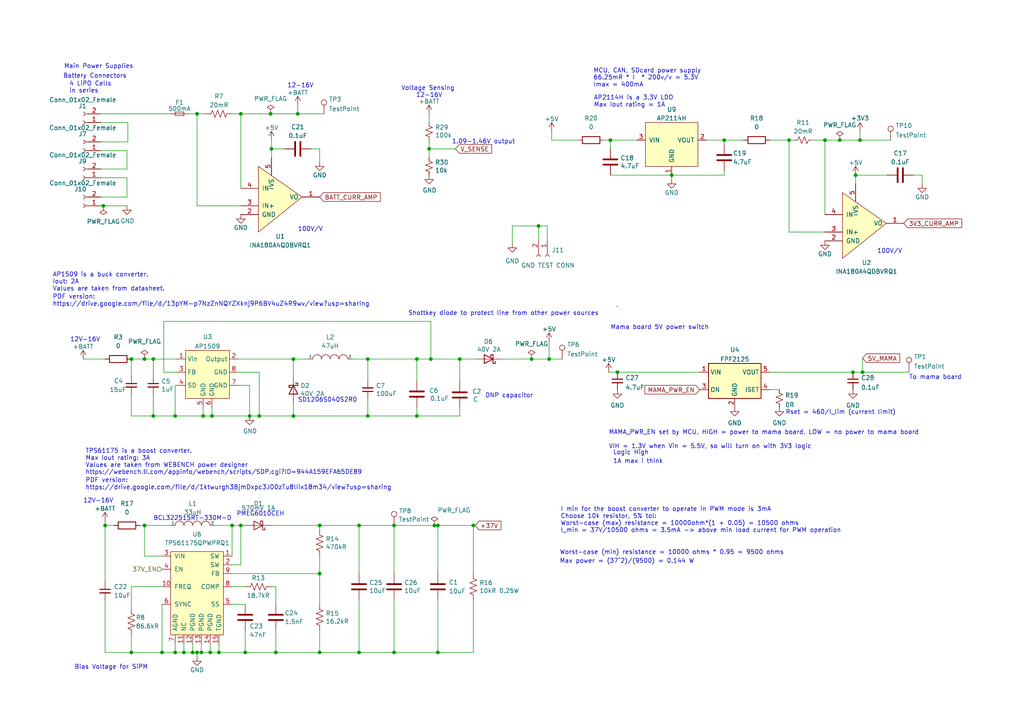
<source format=kicad_sch>
(kicad_sch (version 20211123) (generator eeschema)
  (paper "A4")
  (lib_symbols
    (symbol "Connector:Conn_01x02_Female" (pin_names (offset 1.016) hide)
      (property "Reference" "J" (at 0 2.54 0))
      (property "Value" "Conn_01x02_Female" (at 0 -5.08 0))
      (symbol "Conn_01x02_Female_1_1"
        (arc (start 0 -2.032) (mid -0.508 -2.54) (end 0 -3.048) (stroke (width 0.1524)))
        (polyline (pts (xy -1.27 -2.54) (xy -0.508 -2.54)) (stroke (width 0.1524)))
        (polyline (pts (xy -1.27 0) (xy -0.508 0)) (stroke (width 0.1524)))
        (arc (start 0 0.508) (mid -0.508 0) (end 0 -0.508) (stroke (width 0.1524)))
        (pin passive line (at -5.08 0 0) (length 3.81) (name "Pin_1") (number "1"))
        (pin passive line (at -5.08 -2.54 0) (length 3.81) (name "Pin_2") (number "2"))
      )
    )
    (symbol "Connector:TestPoint" (pin_numbers hide) (pin_names (offset 0.762) hide)
      (property "Reference" "TP" (at 0 6.858 0))
      (property "Value" "TestPoint" (at 0 5.08 0))
      (symbol "TestPoint_0_1"
        (circle (center 0 3.302) (radius 0.762))
      )
      (symbol "TestPoint_1_1"
        (pin passive line (at 0 0 90) (length 2.54) (name "1") (number "1"))
      )
    )
    (symbol "Device:C" (pin_numbers hide) (pin_names (offset 0.254))
      (property "Reference" "C" (at 0.635 2.54 0))
      (property "Value" "C" (at 0.635 -2.54 0))
      (symbol "C_0_1"
        (polyline (pts (xy -2.032 -0.762) (xy 2.032 -0.762)) (stroke (width 0.508)))
        (polyline (pts (xy -2.032 0.762) (xy 2.032 0.762)) (stroke (width 0.508)))
      )
      (symbol "C_1_1"
        (pin passive line (at 0 3.81 270) (length 2.794) (name "~") (number "1"))
        (pin passive line (at 0 -3.81 90) (length 2.794) (name "~") (number "2"))
      )
    )
    (symbol "Device:C_Small" (pin_numbers hide) (pin_names (offset 0.254) hide)
      (property "Reference" "C" (at 0.254 1.778 0))
      (property "Value" "C_Small" (at 0.254 -2.032 0))
      (symbol "C_Small_0_1"
        (polyline (pts (xy -1.524 -0.508) (xy 1.524 -0.508)) (stroke (width 0.3302)))
        (polyline (pts (xy -1.524 0.508) (xy 1.524 0.508)) (stroke (width 0.3048)))
      )
      (symbol "C_Small_1_1"
        (pin passive line (at 0 2.54 270) (length 2.032) (name "~") (number "1"))
        (pin passive line (at 0 -2.54 90) (length 2.032) (name "~") (number "2"))
      )
    )
    (symbol "Device:D_Schottky" (pin_numbers hide) (pin_names (offset 1.016) hide)
      (property "Reference" "D" (at 0 2.54 0))
      (property "Value" "D_Schottky" (at 0 -2.54 0))
      (symbol "D_Schottky_0_1"
        (polyline (pts (xy 1.27 0) (xy -1.27 0)))
        (polyline (pts (xy 1.27 1.27) (xy 1.27 -1.27) (xy -1.27 0) (xy 1.27 1.27)) (stroke (width 0.254)))
        (polyline (pts (xy -1.905 0.635) (xy -1.905 1.27) (xy -1.27 1.27) (xy -1.27 -1.27) (xy -0.635 -1.27) (xy -0.635 -0.635)) (stroke (width 0.254)))
      )
      (symbol "D_Schottky_1_1"
        (pin passive line (at -3.81 0 0) (length 2.54) (name "K") (number "1"))
        (pin passive line (at 3.81 0 180) (length 2.54) (name "A") (number "2"))
      )
    )
    (symbol "Device:Fuse_Small" (pin_numbers hide) (pin_names (offset 0.254) hide)
      (property "Reference" "F" (at 0 -1.524 0))
      (property "Value" "Fuse_Small" (at 0 1.524 0))
      (symbol "Fuse_Small_0_1"
        (rectangle (start -1.27 0.508) (end 1.27 -0.508))
        (polyline (pts (xy -1.27 0) (xy 1.27 0)))
      )
      (symbol "Fuse_Small_1_1"
        (pin passive line (at -2.54 0 0) (length 1.27) (name "~") (number "1"))
        (pin passive line (at 2.54 0 180) (length 1.27) (name "~") (number "2"))
      )
    )
    (symbol "Device:R" (pin_numbers hide) (pin_names (offset 0))
      (property "Reference" "R" (at 2.032 0 90))
      (property "Value" "R" (at 0 0 90))
      (symbol "R_0_1"
        (rectangle (start -1.016 -2.54) (end 1.016 2.54) (stroke (width 0.254)))
      )
      (symbol "R_1_1"
        (pin passive line (at 0 3.81 270) (length 1.27) (name "~") (number "1"))
        (pin passive line (at 0 -3.81 90) (length 1.27) (name "~") (number "2"))
      )
    )
    (symbol "Device:R_Small_US" (pin_numbers hide) (pin_names (offset 0.254) hide)
      (property "Reference" "R" (at 0.762 0.508 0))
      (property "Value" "R_Small_US" (at 0.762 -1.016 0))
      (symbol "R_Small_US_1_1"
        (polyline (pts (xy 0 0) (xy 1.016 -0.381) (xy 0 -0.762) (xy -1.016 -1.143) (xy 0 -1.524)))
        (polyline (pts (xy 0 1.524) (xy 1.016 1.143) (xy 0 0.762) (xy -1.016 0.381) (xy 0 0)))
        (pin passive line (at 0 2.54 270) (length 1.016) (name "~") (number "1"))
        (pin passive line (at 0 -2.54 90) (length 1.016) (name "~") (number "2"))
      )
    )
    (symbol "Device:R_US" (pin_numbers hide) (pin_names (offset 0))
      (property "Reference" "R" (at 2.54 0 90))
      (property "Value" "R_US" (at -2.54 0 90))
      (symbol "R_US_0_1"
        (polyline (pts (xy 0 -2.286) (xy 0 -2.54)))
        (polyline (pts (xy 0 2.286) (xy 0 2.54)))
        (polyline (pts (xy 0 -0.762) (xy 1.016 -1.143) (xy 0 -1.524) (xy -1.016 -1.905) (xy 0 -2.286)))
        (polyline (pts (xy 0 0.762) (xy 1.016 0.381) (xy 0 0) (xy -1.016 -0.381) (xy 0 -0.762)))
        (polyline (pts (xy 0 2.286) (xy 1.016 1.905) (xy 0 1.524) (xy -1.016 1.143) (xy 0 0.762)))
      )
      (symbol "R_US_1_1"
        (pin passive line (at 0 3.81 270) (length 1.27) (name "~") (number "1"))
        (pin passive line (at 0 -3.81 90) (length 1.27) (name "~") (number "2"))
      )
    )
    (symbol "Diode:PMEG6010CEH" (pin_numbers hide) (pin_names hide)
      (property "Reference" "D" (at 0 2.54 0))
      (property "Value" "PMEG6010CEH" (at 0 -2.54 0))
      (symbol "PMEG6010CEH_0_1"
        (polyline (pts (xy 1.27 0) (xy -1.27 0)))
        (polyline (pts (xy 1.27 1.27) (xy 1.27 -1.27) (xy -1.27 0) (xy 1.27 1.27)) (stroke (width 0.2032)))
        (polyline (pts (xy -1.905 0.635) (xy -1.905 1.27) (xy -1.27 1.27) (xy -1.27 -1.27) (xy -0.635 -1.27) (xy -0.635 -0.635)) (stroke (width 0.2032)))
      )
      (symbol "PMEG6010CEH_1_1"
        (pin passive line (at -3.81 0 0) (length 2.54) (name "K") (number "1"))
        (pin passive line (at 3.81 0 180) (length 2.54) (name "A") (number "2"))
      )
    )
    (symbol "payload2020_custom:AP1509"
      (property "Reference" "U?" (at 1.2319 10.2657 0))
      (property "Value" "AP1509" (at 1.2319 7.4906 0))
      (symbol "AP1509_0_1"
        (rectangle (start -6.35 6.35) (end 6.35 -7.62) (stroke (width 0.1524)) (fill (type background)))
      )
      (symbol "AP1509_1_1"
        (pin power_in line (at -8.89 3.81 0) (length 2.54) (name "Vin") (number "1"))
        (pin power_out line (at 8.89 3.81 180) (length 2.54) (name "Output") (number "2"))
        (pin input line (at -8.89 0 0) (length 2.54) (name "FB") (number "3"))
        (pin input line (at -8.89 -3.81 0) (length 2.54) (name "SD") (number "4"))
        (pin input line (at -1.27 -10.16 90) (length 2.54) (name "GND") (number "5"))
        (pin input line (at 1.27 -10.16 90) (length 2.54) (name "GND") (number "6"))
        (pin input line (at 8.89 -3.81 180) (length 2.54) (name "GND") (number "7"))
        (pin input line (at 8.89 0 180) (length 2.54) (name "GND") (number "8"))
      )
    )
    (symbol "payload2020_custom:AP2114H-3.3TRG1" (pin_names (offset 1.016))
      (property "Reference" "U" (at 0 6.35 0))
      (property "Value" "AP2114H-3.3TRG1" (at 0 8.255 0))
      (symbol "AP2114H-3.3TRG1_0_1"
        (rectangle (start -7.62 3.81) (end 7.62 -8.89) (fill (type background)))
      )
      (symbol "AP2114H-3.3TRG1_1_1"
        (pin input line (at 0 -11.43 90) (length 2.54) (name "GND") (number "1"))
        (pin output line (at 10.16 -1.27 180) (length 2.54) (name "VOUT") (number "2"))
        (pin input line (at -10.16 -1.27 0) (length 2.54) (name "VIN") (number "3"))
      )
    )
    (symbol "payload2020_custom:FPF2515"
      (property "Reference" "U" (at -7.62 6.35 0))
      (property "Value" "FPF2515" (at 3.81 6.35 0))
      (symbol "FPF2515_0_1"
        (rectangle (start -7.62 5.08) (end 7.62 -5.08) (stroke (width 0.254)) (fill (type background)))
      )
      (symbol "FPF2515_1_1"
        (pin power_in line (at -10.16 2.54 0) (length 2.54) (name "VIN") (number "1"))
        (pin power_in line (at 0 -7.62 90) (length 2.54) (name "GND") (number "2"))
        (pin input line (at -10.16 -2.54 0) (length 2.54) (name "ON") (number "3"))
        (pin open_collector line (at 10.16 -2.54 180) (length 2.54) (name "ISET") (number "4"))
        (pin power_out line (at 10.16 2.54 180) (length 2.54) (name "VOUT") (number "5"))
      )
    )
    (symbol "payload2020_custom:INA180" (pin_names (offset 1.016))
      (property "Reference" "U" (at -5.08 13.97 0))
      (property "Value" "INA180" (at -11.43 15.24 0))
      (symbol "INA180_0_1"
        (polyline (pts (xy 5.08 0) (xy -7.62 8.89)))
        (polyline (pts (xy -7.62 8.89) (xy -7.62 -10.16) (xy 5.08 0)) (fill (type background)))
      )
      (symbol "INA180_1_1"
        (pin output line (at 10.16 0 180) (length 5.08) (name "VO") (number "1"))
        (pin power_in line (at -12.7 -5.08 0) (length 5.08) (name "GND") (number "2"))
        (pin input line (at -12.7 -2.54 0) (length 5.08) (name "IN+") (number "3"))
        (pin input line (at -12.7 2.54 0) (length 5.08) (name "IN-") (number "4"))
        (pin power_in line (at -3.81 11.43 270) (length 5.08) (name "VS") (number "5"))
      )
    )
    (symbol "payload2020_custom:TPS61175QPWPRQ1" (pin_names (offset 1.016))
      (property "Reference" "U" (at 0 12.7 0))
      (property "Value" "TPS61175QPWPRQ1" (at 0 10.16 0))
      (symbol "TPS61175QPWPRQ1_0_1"
        (rectangle (start -7.62 8.89) (end 7.62 -15.24) (fill (type background)))
      )
      (symbol "TPS61175QPWPRQ1_1_1"
        (pin input line (at 10.16 7.62 180) (length 2.54) (name "SW") (number "1"))
        (pin input line (at -10.16 -1.27 0) (length 2.54) (name "FREQ") (number "10"))
        (pin input line (at -3.81 -17.78 90) (length 2.54) (name "NC") (number "11"))
        (pin input line (at -1.27 -17.78 90) (length 2.54) (name "PGND") (number "12"))
        (pin input line (at 1.27 -17.78 90) (length 2.54) (name "PGND") (number "13"))
        (pin input line (at 3.81 -17.78 90) (length 2.54) (name "PGND") (number "14"))
        (pin input line (at 6.35 -17.78 90) (length 2.54) (name "TGND") (number "15"))
        (pin input line (at 10.16 5.08 180) (length 2.54) (name "SW") (number "2"))
        (pin input line (at -10.16 7.62 0) (length 2.54) (name "VIN") (number "3"))
        (pin input line (at -10.16 3.81 0) (length 2.54) (name "EN") (number "4"))
        (pin input line (at 10.16 -6.35 180) (length 2.54) (name "SS") (number "5"))
        (pin input line (at -10.16 -6.35 0) (length 2.54) (name "SYNC") (number "6"))
        (pin input line (at -6.35 -17.78 90) (length 2.54) (name "AGND") (number "7"))
        (pin input line (at 10.16 -1.27 180) (length 2.54) (name "COMP") (number "8"))
        (pin input line (at 10.16 2.54 180) (length 2.54) (name "FB") (number "9"))
      )
    )
    (symbol "power:+3.3V" (power) (pin_names (offset 0))
      (property "Value" "+3.3V" (at 0 3.556 0))
      (symbol "+3.3V_0_1"
        (polyline (pts (xy -0.762 1.27) (xy 0 2.54)))
        (polyline (pts (xy 0 0) (xy 0 2.54)))
        (polyline (pts (xy 0 2.54) (xy 0.762 1.27)))
      )
      (symbol "+3.3V_1_1"
        (pin power_in line (at 0 0 90) (length 0) hide (name "+3V3") (number "1"))
      )
    )
    (symbol "power:+5V" (power) (pin_names (offset 0))
      (property "Value" "+5V" (at 0 3.556 0))
      (symbol "+5V_0_1"
        (polyline (pts (xy -0.762 1.27) (xy 0 2.54)))
        (polyline (pts (xy 0 0) (xy 0 2.54)))
        (polyline (pts (xy 0 2.54) (xy 0.762 1.27)))
      )
      (symbol "+5V_1_1"
        (pin power_in line (at 0 0 90) (length 0) hide (name "+5V") (number "1"))
      )
    )
    (symbol "power:+BATT" (power) (pin_names (offset 0))
      (property "Value" "+BATT" (at 0 3.556 0))
      (symbol "+BATT_0_1"
        (polyline (pts (xy -0.762 1.27) (xy 0 2.54)))
        (polyline (pts (xy 0 0) (xy 0 2.54)))
        (polyline (pts (xy 0 2.54) (xy 0.762 1.27)))
      )
      (symbol "+BATT_1_1"
        (pin power_in line (at 0 0 90) (length 0) hide (name "+BATT") (number "1"))
      )
    )
    (symbol "power:GND" (power) (pin_names (offset 0))
      (property "Value" "GND" (at 0 -3.81 0))
      (symbol "GND_0_1"
        (polyline (pts (xy 0 0) (xy 0 -1.27) (xy 1.27 -1.27) (xy 0 -2.54) (xy -1.27 -1.27) (xy 0 -1.27)))
      )
      (symbol "GND_1_1"
        (pin power_in line (at 0 0 270) (length 0) hide (name "GND") (number "1"))
      )
    )
    (symbol "power:PWR_FLAG" (power) (pin_numbers hide) (pin_names (offset 0) hide)
      (property "Value" "PWR_FLAG" (at 0 3.81 0))
      (symbol "PWR_FLAG_0_0"
        (pin power_out line (at 0 0 90) (length 0) (name "pwr") (number "1"))
      )
      (symbol "PWR_FLAG_0_1"
        (polyline (pts (xy 0 0) (xy 0 1.27) (xy -1.016 1.905) (xy 0 2.54) (xy 1.016 1.905) (xy 0 1.27)))
      )
    )
    (symbol "pspice:INDUCTOR" (pin_numbers hide) (pin_names (offset 0))
      (property "Reference" "L" (at 0 2.54 0))
      (property "Value" "INDUCTOR" (at 0 -1.27 0))
      (symbol "INDUCTOR_0_1"
        (arc (start -2.54 0) (mid -3.81 1.27) (end -5.08 0))
        (arc (start 0 0) (mid -1.27 1.27) (end -2.54 0))
        (arc (start 2.54 0) (mid 1.27 1.27) (end 0 0))
        (arc (start 5.08 0) (mid 3.81 1.27) (end 2.54 0))
      )
      (symbol "INDUCTOR_1_1"
        (pin input line (at -6.35 0 0) (length 1.27) (name "1") (number "1"))
        (pin input line (at 6.35 0 180) (length 1.27) (name "2") (number "2"))
      )
    )
  )
  (junction (at 106.68 120.65))
  (junction (at 53.34 189.23))
  (junction (at 78.486 33.02))
  (junction (at 44.45 120.65))
  (junction (at 57.15 33.02))
  (junction (at 41.91 152.4))
  (junction (at 125.984 152.4))
  (junction (at 50.8 189.23))
  (junction (at 92.71 189.23))
  (junction (at 120.904 104.14))
  (junction (at 156.21 65.532))
  (junction (at 80.01 189.23))
  (junction (at 29.972 59.69))
  (junction (at 41.91 104.14))
  (junction (at 194.818 50.8))
  (junction (at 38.1 104.14))
  (junction (at 248.158 50.8))
  (junction (at 127 152.4))
  (junction (at 67.31 152.4))
  (junction (at 124.968 104.14))
  (junction (at 69.85 33.02))
  (junction (at 92.71 166.37))
  (junction (at 159.258 104.14))
  (junction (at 46.99 189.23))
  (junction (at 38.1 189.23))
  (junction (at 120.904 120.65))
  (junction (at 104.14 152.4))
  (junction (at 243.586 40.64))
  (junction (at 78.74 43.18))
  (junction (at 58.42 189.23))
  (junction (at 63.5 189.23))
  (junction (at 114.3 189.23))
  (junction (at 75.184 120.65))
  (junction (at 247.396 107.95))
  (junction (at 228.854 40.64))
  (junction (at 44.45 104.14))
  (junction (at 50.8 120.65))
  (junction (at 92.71 152.4))
  (junction (at 57.15 189.23))
  (junction (at 179.07 107.95))
  (junction (at 69.85 152.4))
  (junction (at 72.39 120.65))
  (junction (at 104.14 189.23))
  (junction (at 127 189.23))
  (junction (at 133.35 104.14))
  (junction (at 177.038 40.64))
  (junction (at 124.46 43.18))
  (junction (at 86.36 33.02))
  (junction (at 137.287 152.4))
  (junction (at 249.428 40.64))
  (junction (at 85.09 120.65))
  (junction (at 60.96 189.23))
  (junction (at 210.058 40.64))
  (junction (at 239.268 40.64))
  (junction (at 250.19 107.95))
  (junction (at 85.09 104.14))
  (junction (at 30.48 152.4))
  (junction (at 106.68 104.14))
  (junction (at 154.178 104.14))
  (junction (at 61.468 120.65))
  (junction (at 58.928 120.65))
  (junction (at 71.12 189.23))
  (junction (at 114.3 152.4))
  (junction (at 55.88 189.23))
  (wire (pts (xy 75.184 107.95) (xy 75.184 120.65)))
  (wire (pts (xy 257.302 50.8) (xy 248.158 50.8)))
  (wire (pts (xy 50.8 111.76) (xy 51.308 111.76)))
  (wire (pts (xy 58.928 118.11) (xy 58.928 120.65)))
  (wire (pts (xy 38.1 120.65) (xy 44.45 120.65)))
  (wire (pts (xy 80.01 189.23) (xy 92.71 189.23)))
  (wire (pts (xy 114.3 173.99) (xy 114.3 189.23)))
  (wire (pts (xy 44.45 114.3) (xy 44.45 120.65)))
  (wire (pts (xy 60.96 189.23) (xy 63.5 189.23)))
  (wire (pts (xy 85.09 104.14) (xy 85.09 109.22)))
  (wire (pts (xy 127 152.4) (xy 127 166.37)))
  (wire (pts (xy 78.74 45.72) (xy 78.74 43.18)))
  (wire (pts (xy 86.36 30.48) (xy 86.36 33.02)))
  (wire (pts (xy 38.1 114.3) (xy 38.1 120.65)))
  (wire (pts (xy 53.34 189.23) (xy 55.88 189.23)))
  (wire (pts (xy 177.038 40.64) (xy 184.658 40.64)))
  (wire (pts (xy 30.48 189.23) (xy 30.48 173.99)))
  (wire (pts (xy 159.258 104.14) (xy 154.178 104.14)))
  (wire (pts (xy 30.48 152.4) (xy 30.48 168.91)))
  (wire (pts (xy 69.088 111.76) (xy 72.39 111.76)))
  (wire (pts (xy 46.99 161.29) (xy 41.91 161.29)))
  (wire (pts (xy 75.184 120.65) (xy 85.09 120.65)))
  (wire (pts (xy 50.8 111.76) (xy 50.8 120.65)))
  (wire (pts (xy 44.45 120.65) (xy 50.8 120.65)))
  (wire (pts (xy 104.14 152.4) (xy 114.3 152.4)))
  (wire (pts (xy 38.1 104.14) (xy 38.1 109.22)))
  (wire (pts (xy 124.968 93.218) (xy 124.968 104.14)))
  (wire (pts (xy 158.75 65.532) (xy 158.75 69.342)))
  (wire (pts (xy 78.74 40.64) (xy 78.74 43.18)))
  (wire (pts (xy 41.91 104.14) (xy 44.45 104.14)))
  (wire (pts (xy 62.23 152.4) (xy 67.31 152.4)))
  (wire (pts (xy 92.71 43.18) (xy 92.71 46.99)))
  (wire (pts (xy 160.02 40.64) (xy 160.02 38.1)))
  (wire (pts (xy 47.498 93.218) (xy 124.968 93.218)))
  (wire (pts (xy 57.15 59.69) (xy 57.15 33.02)))
  (wire (pts (xy 194.818 50.8) (xy 210.058 50.8)))
  (wire (pts (xy 50.8 186.69) (xy 50.8 189.23)))
  (wire (pts (xy 148.59 65.532) (xy 156.21 65.532)))
  (wire (pts (xy 120.904 118.11) (xy 120.904 120.65)))
  (wire (pts (xy 159.258 104.14) (xy 163.068 104.14)))
  (wire (pts (xy 104.14 173.99) (xy 104.14 189.23)))
  (wire (pts (xy 72.39 120.65) (xy 75.184 120.65)))
  (wire (pts (xy 55.88 186.69) (xy 55.88 189.23)))
  (wire (pts (xy 36.83 51.562) (xy 36.83 57.15)))
  (wire (pts (xy 57.15 189.23) (xy 58.42 189.23)))
  (wire (pts (xy 55.88 189.23) (xy 57.15 189.23)))
  (wire (pts (xy 223.266 107.95) (xy 247.396 107.95)))
  (wire (pts (xy 120.904 104.14) (xy 120.904 110.49)))
  (wire (pts (xy 228.854 40.64) (xy 228.854 67.31)))
  (wire (pts (xy 67.31 152.4) (xy 69.85 152.4)))
  (wire (pts (xy 114.3 152.4) (xy 114.3 166.37)))
  (wire (pts (xy 156.21 65.532) (xy 158.75 65.532)))
  (wire (pts (xy 114.3 189.23) (xy 127 189.23)))
  (wire (pts (xy 239.268 40.64) (xy 239.268 62.23)))
  (wire (pts (xy 38.1 189.23) (xy 30.48 189.23)))
  (wire (pts (xy 124.46 43.18) (xy 124.46 45.72)))
  (wire (pts (xy 127 152.4) (xy 137.287 152.4)))
  (wire (pts (xy 243.586 40.64) (xy 249.428 40.64)))
  (wire (pts (xy 145.542 104.14) (xy 154.178 104.14)))
  (wire (pts (xy 78.486 33.02) (xy 86.36 33.02)))
  (wire (pts (xy 44.45 104.14) (xy 44.45 109.22)))
  (wire (pts (xy 104.14 166.37) (xy 104.14 152.4)))
  (wire (pts (xy 133.35 104.14) (xy 133.35 110.744)))
  (wire (pts (xy 67.31 175.26) (xy 71.12 175.26)))
  (wire (pts (xy 156.21 65.532) (xy 156.21 69.342)))
  (wire (pts (xy 69.85 33.02) (xy 67.31 33.02)))
  (wire (pts (xy 57.15 190.5) (xy 57.15 189.23)))
  (wire (pts (xy 24.13 104.14) (xy 30.48 104.14)))
  (wire (pts (xy 106.68 120.65) (xy 120.904 120.65)))
  (wire (pts (xy 106.68 115.57) (xy 106.68 120.65)))
  (wire (pts (xy 29.21 57.15) (xy 36.83 57.15)))
  (wire (pts (xy 47.498 93.218) (xy 47.498 107.95)))
  (wire (pts (xy 228.854 40.64) (xy 230.378 40.64)))
  (wire (pts (xy 72.39 111.76) (xy 72.39 120.65)))
  (wire (pts (xy 78.74 152.4) (xy 92.71 152.4)))
  (wire (pts (xy 63.5 186.69) (xy 63.5 189.23)))
  (wire (pts (xy 92.71 189.23) (xy 104.14 189.23)))
  (wire (pts (xy 127 173.99) (xy 127 189.23)))
  (wire (pts (xy 51.308 107.95) (xy 47.498 107.95)))
  (wire (pts (xy 78.74 43.18) (xy 82.55 43.18)))
  (wire (pts (xy 124.46 33.02) (xy 124.46 35.56)))
  (wire (pts (xy 137.287 152.4) (xy 137.287 166.37)))
  (wire (pts (xy 133.35 120.65) (xy 133.35 118.364)))
  (wire (pts (xy 179.07 107.95) (xy 202.946 107.95)))
  (wire (pts (xy 235.458 40.64) (xy 239.268 40.64)))
  (wire (pts (xy 263.652 107.95) (xy 263.652 107.696)))
  (wire (pts (xy 106.68 104.14) (xy 106.68 110.49)))
  (wire (pts (xy 63.5 189.23) (xy 71.12 189.23)))
  (wire (pts (xy 29.21 43.688) (xy 36.83 43.688)))
  (wire (pts (xy 92.71 152.4) (xy 92.71 153.67)))
  (wire (pts (xy 58.42 189.23) (xy 60.96 189.23)))
  (wire (pts (xy 114.3 152.4) (xy 125.984 152.4)))
  (wire (pts (xy 124.46 40.64) (xy 124.46 43.18)))
  (wire (pts (xy 85.09 120.65) (xy 85.09 116.84)))
  (wire (pts (xy 38.1 184.15) (xy 38.1 189.23)))
  (wire (pts (xy 67.31 166.37) (xy 92.71 166.37)))
  (wire (pts (xy 53.34 186.69) (xy 53.34 189.23)))
  (wire (pts (xy 249.428 40.64) (xy 258.318 40.64)))
  (wire (pts (xy 33.02 152.4) (xy 30.48 152.4)))
  (wire (pts (xy 41.91 161.29) (xy 41.91 152.4)))
  (wire (pts (xy 58.928 120.65) (xy 61.468 120.65)))
  (wire (pts (xy 50.8 120.65) (xy 58.928 120.65)))
  (wire (pts (xy 69.85 33.02) (xy 78.486 33.02)))
  (wire (pts (xy 69.85 163.83) (xy 67.31 163.83)))
  (wire (pts (xy 106.68 104.14) (xy 120.904 104.14)))
  (polyline (pts (xy 178.816 88.9) (xy 179.07 88.9)))
  (wire (pts (xy 38.1 176.53) (xy 38.1 170.18)))
  (wire (pts (xy 85.09 120.65) (xy 106.68 120.65)))
  (wire (pts (xy 133.35 104.14) (xy 137.922 104.14)))
  (wire (pts (xy 54.61 33.02) (xy 57.15 33.02)))
  (wire (pts (xy 78.74 170.18) (xy 80.01 170.18)))
  (wire (pts (xy 249.428 40.64) (xy 249.428 38.1)))
  (wire (pts (xy 223.266 113.03) (xy 226.06 113.03)))
  (wire (pts (xy 46.99 175.26) (xy 46.99 189.23)))
  (wire (pts (xy 69.85 152.4) (xy 71.12 152.4)))
  (wire (pts (xy 86.36 33.02) (xy 93.98 33.02)))
  (wire (pts (xy 250.19 103.886) (xy 250.19 107.95)))
  (wire (pts (xy 41.91 152.4) (xy 40.64 152.4)))
  (wire (pts (xy 90.17 43.18) (xy 92.71 43.18)))
  (wire (pts (xy 92.71 175.26) (xy 92.71 166.37)))
  (wire (pts (xy 69.85 59.69) (xy 57.15 59.69)))
  (wire (pts (xy 50.8 189.23) (xy 53.34 189.23)))
  (wire (pts (xy 120.904 120.65) (xy 133.35 120.65)))
  (wire (pts (xy 69.85 152.4) (xy 69.85 163.83)))
  (wire (pts (xy 125.984 152.4) (xy 127 152.4)))
  (wire (pts (xy 37.084 35.56) (xy 37.084 41.148)))
  (wire (pts (xy 148.59 70.612) (xy 148.59 65.532)))
  (wire (pts (xy 176.53 107.95) (xy 179.07 107.95)))
  (wire (pts (xy 80.01 189.23) (xy 71.12 189.23)))
  (wire (pts (xy 124.46 43.18) (xy 132.08 43.18)))
  (wire (pts (xy 248.158 50.8) (xy 248.158 53.34)))
  (wire (pts (xy 60.96 186.69) (xy 60.96 189.23)))
  (wire (pts (xy 210.058 40.64) (xy 215.646 40.64)))
  (wire (pts (xy 250.19 107.95) (xy 263.652 107.95)))
  (wire (pts (xy 30.48 151.13) (xy 30.48 152.4)))
  (wire (pts (xy 36.83 43.688) (xy 36.83 49.022)))
  (wire (pts (xy 29.972 59.69) (xy 36.83 59.69)))
  (wire (pts (xy 29.21 33.02) (xy 49.53 33.02)))
  (wire (pts (xy 61.468 118.11) (xy 61.468 120.65)))
  (wire (pts (xy 210.058 49.53) (xy 210.058 50.8)))
  (wire (pts (xy 102.108 104.14) (xy 106.68 104.14)))
  (wire (pts (xy 29.21 41.148) (xy 37.084 41.148)))
  (wire (pts (xy 67.31 161.29) (xy 67.31 152.4)))
  (wire (pts (xy 127 189.23) (xy 137.287 189.23)))
  (wire (pts (xy 264.922 50.8) (xy 267.462 50.8)))
  (wire (pts (xy 104.14 189.23) (xy 114.3 189.23)))
  (wire (pts (xy 80.01 170.18) (xy 80.01 175.26)))
  (wire (pts (xy 194.818 50.8) (xy 194.818 52.07)))
  (wire (pts (xy 239.268 67.31) (xy 228.854 67.31)))
  (wire (pts (xy 92.71 189.23) (xy 92.71 182.88)))
  (wire (pts (xy 49.53 152.4) (xy 41.91 152.4)))
  (wire (pts (xy 61.468 120.65) (xy 72.39 120.65)))
  (wire (pts (xy 29.21 51.562) (xy 36.83 51.562)))
  (wire (pts (xy 67.31 170.18) (xy 71.12 170.18)))
  (wire (pts (xy 57.15 33.02) (xy 59.69 33.02)))
  (wire (pts (xy 69.088 104.14) (xy 85.09 104.14)))
  (wire (pts (xy 177.038 50.8) (xy 194.818 50.8)))
  (wire (pts (xy 267.462 50.8) (xy 267.462 53.34)))
  (wire (pts (xy 120.904 104.14) (xy 124.968 104.14)))
  (wire (pts (xy 69.85 33.02) (xy 69.85 54.61)))
  (wire (pts (xy 175.26 40.64) (xy 177.038 40.64)))
  (wire (pts (xy 85.09 104.14) (xy 89.408 104.14)))
  (wire (pts (xy 29.21 35.56) (xy 37.084 35.56)))
  (wire (pts (xy 58.42 186.69) (xy 58.42 189.23)))
  (wire (pts (xy 223.266 40.64) (xy 228.854 40.64)))
  (wire (pts (xy 247.396 107.95) (xy 250.19 107.95)))
  (wire (pts (xy 71.12 182.88) (xy 71.12 189.23)))
  (wire (pts (xy 29.21 59.69) (xy 29.972 59.69)))
  (wire (pts (xy 204.978 40.64) (xy 210.058 40.64)))
  (wire (pts (xy 137.287 152.4) (xy 137.795 152.4)))
  (wire (pts (xy 160.02 40.64) (xy 167.64 40.64)))
  (wire (pts (xy 29.21 49.022) (xy 36.83 49.022)))
  (wire (pts (xy 38.1 189.23) (xy 46.99 189.23)))
  (wire (pts (xy 92.71 152.4) (xy 104.14 152.4)))
  (wire (pts (xy 44.45 104.14) (xy 51.308 104.14)))
  (wire (pts (xy 38.1 170.18) (xy 46.99 170.18)))
  (wire (pts (xy 210.058 40.64) (xy 210.058 41.91)))
  (wire (pts (xy 137.287 173.99) (xy 137.287 189.23)))
  (wire (pts (xy 46.99 189.23) (xy 50.8 189.23)))
  (wire (pts (xy 124.968 104.14) (xy 133.35 104.14)))
  (wire (pts (xy 159.258 99.06) (xy 159.258 104.14)))
  (wire (pts (xy 177.038 43.18) (xy 177.038 40.64)))
  (wire (pts (xy 92.71 166.37) (xy 92.71 161.29)))
  (wire (pts (xy 69.088 107.95) (xy 75.184 107.95)))
  (wire (pts (xy 80.01 182.88) (xy 80.01 189.23)))
  (wire (pts (xy 38.1 104.14) (xy 41.91 104.14)))
  (wire (pts (xy 239.268 40.64) (xy 243.586 40.64)))
  (text "Mama board 5V power switch" (at 177.038 95.758 0) (effects (font (size 1.27 1.27)) (justify left bottom)))
  (text "12V-16V" (at 20.32 99.314 0) (effects (font (size 1.27 1.27)) (justify left bottom)))
  (text "To mama board" (at 263.652 110.236 0) (effects (font (size 1.27 1.27)) (justify left bottom)))
  (text "12-16V" (at 83.312 25.654 0) (effects (font (size 1.27 1.27)) (justify left bottom)))
  (text "PMEG6010CEH" (at 68.58 149.86 0) (effects (font (size 1.27 1.27)) (justify left bottom)))
  (text "Max power = (37^2)/(9500) = 0.144 W" (at 162.306 163.576 0) (effects (font (size 1.27 1.27)) (justify left bottom)))
  (text "I min for the boost converter to operate in PWM mode is 3mA\nChoose 10k resistor, 5% tol:\nWorst-case (max) resistance = 10000ohm*(1 + 0.05) = 10500 ohms\nI_min = 37V/10500 ohms = 3.5mA -> above min load current for PWM operation\n\n\n" (at 162.56 158.75 0) (effects (font (size 1.27 1.27)) (justify left bottom)))
  (text "4 LiPO Cells\nin series" (at 20.066 27.178 0) (effects (font (size 1.27 1.27)) (justify left bottom)))
  (text "100V/V" (at 254.381 73.66 0) (effects (font (size 1.27 1.27)) (justify left bottom)))
  (text "66.25mR * I  * 200v/v = 5.3V\nImax = 400mA" (at 172.085 25.4 0) (effects (font (size 1.27 1.27)) (justify left bottom)))
  (text "12-16V" (at 120.65 28.448 0) (effects (font (size 1.27 1.27)) (justify left bottom)))
  (text "Rset = 460/I_lim (current limit)" (at 227.838 120.396 0) (effects (font (size 1.27 1.27)) (justify left bottom)))
  (text "Battery Connectors" (at 18.288 22.86 0) (effects (font (size 1.27 1.27)) (justify left bottom)))
  (text "12V-16V" (at 24.13 146.05 0) (effects (font (size 1.27 1.27)) (justify left bottom)))
  (text "MAMA_PWR_EN set by MCU, HIGH = power to mama board, LOW = no power to mama board" (at 176.53 126.238 0) (effects (font (size 1.27 1.27)) (justify left bottom)))
  (text "Bias Voltage for SiPM" (at 21.59 194.31 0) (effects (font (size 1.27 1.27)) (justify left bottom)))
  (text "1A max i think " (at 177.8 134.62 0) (effects (font (size 1.27 1.27)) (justify left bottom)))
  (text "Voltage Sensing\n" (at 116.332 26.416 0) (effects (font (size 1.27 1.27)) (justify left bottom)))
  (text "Logic High" (at 177.8 132.08 0) (effects (font (size 1.27 1.27)) (justify left bottom)))
  (text "1.09-1.46V output" (at 131.064 41.91 0) (effects (font (size 1.27 1.27)) (justify left bottom)))
  (text "100V/V" (at 86.36 67.31 0) (effects (font (size 1.27 1.27)) (justify left bottom)))
  (text "PDF version:\nhttps://drive.google.com/file/d/13pYM-p7NzZnNQYZXknj9P6BV4uZ4R9wv/view?usp=sharing" (at 15.24 89.027 0) (effects (font (size 1.2954 1.2954)) (justify left bottom)))
  (text "AP1509 is a buck converter.\nIout: 2A\nValues are taken from datasheet.\n" (at 15.24 84.582 0) (effects (font (size 1.27 1.27)) (justify left bottom)))
  (text "BCL322515RT-330M-D" (at 44.45 151.13 0) (effects (font (size 1.27 1.27)) (justify left bottom)))
  (text "PDF version:\nhttps://drive.google.com/file/d/1ktwurgh3BjmDxpc3J00zTu8lIix18m34/view?usp=sharing" (at 24.765 142.24 0) (effects (font (size 1.2954 1.2954)) (justify left bottom)))
  (text "MCU, CAN, SDcard power supply" (at 172.085 21.336 0) (effects (font (size 1.27 1.27)) (justify left bottom)))
  (text "DNP capacitor" (at 140.716 115.57 0) (effects (font (size 1.27 1.27)) (justify left bottom)))
  (text "Worst-case (min) resistance = 10000 ohms * 0.95 = 9500 ohms " (at 162.306 161.036 0) (effects (font (size 1.27 1.27)) (justify left bottom)))
  (text "AP2114H is a 3.3V LDO\nMax Iout rating = 1A" (at 172.212 31.242 0) (effects (font (size 1.27 1.27)) (justify left bottom)))
  (text "VIH = 1.3V when Vin = 5.5V, so will turn on with 3V3 logic\n" (at 176.53 130.302 0) (effects (font (size 1.27 1.27)) (justify left bottom)))
  (text "Main Power Supplies" (at 18.542 20.066 0) (effects (font (size 1.27 1.27)) (justify left bottom)))
  (text "TPS61175 is a boost converter.\nMax Iout rating: 3A\nValues are taken from WEBENCH power designer\nhttps://webench.ti.com/appinfo/webench/scripts/SDP.cgi?ID=944A159EFA65DE89" (at 24.765 137.795 0) (effects (font (size 1.27 1.27)) (justify left bottom)))
  (text "Shottkey diode to protect line from other power sources\n" (at 118.364 91.694 0) (effects (font (size 1.27 1.27)) (justify left bottom)))
  (text "SD1206S040S2R0" (at 86.36 116.84 0) (effects (font (size 1.27 1.27)) (justify left bottom)))
  (global_label "+37V" (shape input) (at 137.795 152.4 0) (property "Intersheet References" "${INTERSHEET_REFS}" (effects hide)))
  (global_label "5V_MAMA" (shape input) (at 250.19 103.886 0) (property "Intersheet References" "${INTERSHEET_REFS}" (effects hide)))
  (global_label "3V3_CURR_AMP" (shape input) (at 262.128 64.77 0) (property "Intersheet References" "${INTERSHEET_REFS}" (effects hide)))
  (global_label "V_SENSE" (shape input) (at 132.08 43.18 0) (property "Intersheet References" "${INTERSHEET_REFS}" (effects hide)))
  (global_label "MAMA_PWR_EN" (shape input) (at 202.946 113.03 180) (property "Intersheet References" "${INTERSHEET_REFS}" (effects hide)))
  (global_label "BATT_CURR_AMP" (shape input) (at 92.71 57.15 0) (property "Intersheet References" "${INTERSHEET_REFS}" (effects hide)))
  (hierarchical_label "37V_EN" (shape input) (at 46.99 165.1 180))
  (symbol (lib_id "Device:R_US") (at 92.71 157.48 0) (unit 1)
    (property "Reference" "R14" (at 94.4372 156.3116 0) (effects (justify left)))
    (property "Value" "470kR" (at 94.4372 158.623 0) (effects (justify left)))
    (property "Footprint" "Resistor_SMD:R_0805_2012Metric_Pad1.20x1.40mm_HandSolder" (effects hide))
  )
  (symbol (lib_id "Device:R_US") (at 74.93 170.18 270) (unit 1)
    (property "Reference" "R13" (at 74.93 167.64 90))
    (property "Value" "18.7kR" (at 74.93 172.72 90))
    (property "Footprint" "Resistor_SMD:R_0805_2012Metric_Pad1.20x1.40mm_HandSolder" (effects hide))
  )
  (symbol (lib_id "Device:C") (at 80.01 179.07 0) (unit 1)
    (property "Reference" "C24" (at 82.55 177.8 0) (effects (justify left)))
    (property "Value" "1.5nF" (at 82.55 180.34 0) (effects (justify left)))
    (property "Footprint" "Capacitor_SMD:C_0805_2012Metric_Pad1.18x1.45mm_HandSolder" (effects hide))
  )
  (symbol (lib_id "Device:C") (at 71.12 179.07 0) (unit 1)
    (property "Reference" "C23" (at 72.39 181.61 0) (effects (justify left)))
    (property "Value" "47nF" (at 72.39 184.15 0) (effects (justify left)))
    (property "Footprint" "Capacitor_SMD:C_0805_2012Metric_Pad1.18x1.45mm_HandSolder" (effects hide))
  )
  (symbol (lib_id "Device:R_US") (at 38.1 180.34 0) (unit 1)
    (property "Reference" "R8" (at 39.37 179.07 0) (effects (justify left)))
    (property "Value" "86.6kR" (at 39.37 181.61 0) (effects (justify left)))
    (property "Footprint" "Resistor_SMD:R_0805_2012Metric_Pad1.20x1.40mm_HandSolder" (effects hide))
  )
  (symbol (lib_id "payload2020_custom:INA180") (at 251.968 64.77 0) (unit 1)
    (property "Reference" "U2" (at 251.333 76.2 0))
    (property "Value" "INA180A4QDBVRQ1" (at 251.333 78.74 0))
    (property "Footprint" "Package_TO_SOT_SMD:SOT-23-5_HandSoldering" (effects hide))
    (property "Datasheet" "https://www.ti.com/lit/ds/symlink/ina180.pdf?ts=1621969218968&ref_url=https%253A%252F%252Fwww.google.com%252F" (effects hide))
  )
  (symbol (lib_id "Device:R_US") (at 92.71 179.07 0) (unit 1)
    (property "Reference" "R15" (at 94.4372 177.9016 0) (effects (justify left)))
    (property "Value" "16.2kR" (at 94.4372 180.213 0) (effects (justify left)))
    (property "Footprint" "Resistor_SMD:R_0805_2012Metric_Pad1.20x1.40mm_HandSolder" (effects hide))
  )
  (symbol (lib_id "Device:C") (at 114.3 170.18 0) (unit 1)
    (property "Reference" "C26" (at 117.221 169.0116 0) (effects (justify left)))
    (property "Value" "10uF" (at 117.221 171.323 0) (effects (justify left)))
    (property "Footprint" "Capacitor_SMD:C_1206_3216Metric_Pad1.33x1.80mm_HandSolder" (effects hide))
  )
  (symbol (lib_id "power:GND") (at 239.268 69.85 0) (unit 1)
    (property "Reference" "#PWR027" (effects hide))
    (property "Value" "GND" (at 239.268 73.66 0))
  )
  (symbol (lib_id "Device:C") (at 261.112 50.8 270) (unit 1)
    (property "Reference" "C17" (at 261.112 44.45 90))
    (property "Value" "0.1uF" (at 261.112 46.99 90))
    (property "Footprint" "Capacitor_SMD:C_0805_2012Metric_Pad1.15x1.40mm_HandSolder" (effects hide))
  )
  (symbol (lib_id "power:GND") (at 267.462 53.34 0) (unit 1)
    (property "Reference" "#PWR031" (effects hide))
    (property "Value" "GND" (at 267.462 57.15 0))
  )
  (symbol (lib_id "Device:C") (at 177.038 46.99 180) (unit 1)
    (property "Reference" "C18" (at 179.959 45.8216 0) (effects (justify right)))
    (property "Value" "4.7uF" (at 179.959 48.133 0) (effects (justify right)))
    (property "Footprint" "Capacitor_SMD:C_0805_2012Metric_Pad1.18x1.45mm_HandSolder" (effects hide))
  )
  (symbol (lib_id "Device:C") (at 210.058 45.72 180) (unit 1)
    (property "Reference" "C19" (at 212.598 44.45 0) (effects (justify right)))
    (property "Value" "4.7uF" (at 212.598 46.99 0) (effects (justify right)))
    (property "Footprint" "Capacitor_SMD:C_0805_2012Metric_Pad1.18x1.45mm_HandSolder" (effects hide))
  )
  (symbol (lib_id "power:GND") (at 194.818 52.07 0) (unit 1)
    (property "Reference" "#PWR036" (effects hide))
    (property "Value" "GND" (at 194.818 55.88 0))
  )
  (symbol (lib_id "Device:C_Small") (at 30.48 171.45 0) (unit 1)
    (property "Reference" "C22" (at 33.02 170.18 0) (effects (justify left)))
    (property "Value" "10uF" (at 33.02 172.72 0) (effects (justify left)))
    (property "Footprint" "Capacitor_SMD:C_1206_3216Metric_Pad1.33x1.80mm_HandSolder" (effects hide))
  )
  (symbol (lib_id "Device:C") (at 104.14 170.18 0) (unit 1)
    (property "Reference" "C25" (at 107.061 169.0116 0) (effects (justify left)))
    (property "Value" "10uF" (at 107.061 171.323 0) (effects (justify left)))
    (property "Footprint" "Capacitor_SMD:C_1206_3216Metric_Pad1.42x1.75mm_HandSolder" (effects hide))
  )
  (symbol (lib_id "power:+3.3V") (at 249.428 38.1 0) (unit 1)
    (property "Reference" "#PWR050" (effects hide))
    (property "Value" "+3.3V" (at 249.428 34.29 0))
  )
  (symbol (lib_id "Device:R_US") (at 63.5 33.02 270) (unit 1)
    (property "Reference" "R7" (at 63.5 27.94 90))
    (property "Value" "20mR" (at 63.5 30.48 90))
    (property "Footprint" "Resistor_SMD:R_1206_3216Metric_Pad1.30x1.75mm_HandSolder" (effects hide))
  )
  (symbol (lib_id "Diode:PMEG6010CEH") (at 74.93 152.4 180) (unit 1)
    (property "Reference" "D1" (at 74.93 146.05 0))
    (property "Value" "570mV 1A" (at 74.93 147.32 0))
    (property "Footprint" "Diode_SMD:D_SOD-123F" (effects hide))
    (property "Datasheet" "https://assets.nexperia.com/documents/data-sheet/PMEG6010CEH_PMEG6010CEJ.pdf" (effects hide))
  )
  (symbol (lib_id "pspice:INDUCTOR") (at 55.88 152.4 0) (unit 1)
    (property "Reference" "L1" (at 55.88 146.05 0))
    (property "Value" "33uH" (at 55.88 148.59 0))
    (property "Footprint" "Inductor_SMD:L_1210_3225Metric_Pad1.42x2.65mm_HandSolder" (effects hide))
    (property "Datasheet" "https://product.tdk.com/system/files/dam/doc/product/inductor/inductor/smd/catalog/inductor_automotive_power_bcl322515rt-d_en.pdf" (effects hide))
  )
  (symbol (lib_id "payload2020_custom:TPS61175QPWPRQ1") (at 57.15 168.91 0) (unit 1)
    (property "Reference" "U6" (at 57.15 154.94 0))
    (property "Value" "TPS61175QPWPRQ1" (at 57.15 157.48 0))
    (property "Footprint" "Package_SO:HTSSOP-14-1EP_4.4x5mm_P0.65mm_EP3.4x5mm_Mask3x3.1mm_ThermalVias" (effects hide))
    (property "Datasheet" "https://www.ti.com/lit/ds/symlink/tps61175.pdf?ts=1620964494413&ref_url=https%253A%252F%252Fwww.ti.com%252Fproduct%252FTPS61175" (effects hide))
  )
  (symbol (lib_id "Device:R_Small_US") (at 232.918 40.64 270) (unit 1)
    (property "Reference" "R11" (at 232.918 35.56 90))
    (property "Value" "20mR" (at 232.918 38.1 90))
    (property "Footprint" "Resistor_SMD:R_1206_3216Metric_Pad1.30x1.75mm_HandSolder" (effects hide))
  )
  (symbol (lib_id "payload2020_custom:INA180") (at 82.55 57.15 0) (unit 1)
    (property "Reference" "U1" (at 81.28 68.58 0))
    (property "Value" "INA180A4QDBVRQ1" (at 81.28 71.12 0))
    (property "Footprint" "Package_TO_SOT_SMD:SOT-23-5_HandSoldering" (effects hide))
    (property "Datasheet" "https://www.ti.com/lit/ds/symlink/ina180.pdf?ts=1621969218968&ref_url=https%253A%252F%252Fwww.google.com%252F" (effects hide))
  )
  (symbol (lib_id "power:GND") (at 92.71 46.99 0) (unit 1)
    (property "Reference" "#PWR049" (effects hide))
    (property "Value" "GND" (at 92.71 50.8 0))
  )
  (symbol (lib_id "Device:C") (at 86.36 43.18 270) (unit 1)
    (property "Reference" "C21" (at 86.36 36.83 90))
    (property "Value" "0.1uF" (at 86.36 39.37 90))
    (property "Footprint" "Capacitor_SMD:C_0805_2012Metric_Pad1.18x1.45mm_HandSolder" (effects hide))
  )
  (symbol (lib_id "power:GND") (at 69.85 62.23 0) (unit 1)
    (property "Reference" "#PWR041" (effects hide))
    (property "Value" "GND" (at 69.85 66.04 0))
  )
  (symbol (lib_id "payload2020_custom:AP2114H-3.3TRG1") (at 194.818 39.37 0) (unit 1)
    (property "Reference" "U9" (at 194.818 31.75 0))
    (property "Value" "AP2114H" (at 194.818 34.29 0))
    (property "Footprint" "Package_TO_SOT_SMD:SOT-223-3_TabPin2" (effects hide))
    (property "Datasheet" "https://www.diodes.com/assets/Datasheets/AP2114.pdf" (effects hide))
  )
  (symbol (lib_id "power:GND") (at 57.15 190.5 0) (unit 1)
    (property "Reference" "#PWR028" (effects hide))
    (property "Value" "GND" (at 57.15 194.31 0))
  )
  (symbol (lib_id "Device:C_Small") (at 38.1 111.76 0) (unit 1)
    (property "Reference" "C4" (at 33.02 110.49 0) (effects (justify left)))
    (property "Value" "15uF" (at 31.75 113.03 0) (effects (justify left)))
    (property "Footprint" "Capacitor_SMD:C_0805_2012Metric_Pad1.18x1.45mm_HandSolder" (effects hide))
  )
  (symbol (lib_id "Device:C_Small") (at 44.45 111.76 0) (unit 1)
    (property "Reference" "C5" (at 46.7868 110.5916 0) (effects (justify left)))
    (property "Value" "1uF" (at 46.7868 112.903 0) (effects (justify left)))
    (property "Footprint" "Capacitor_SMD:C_0805_2012Metric_Pad1.18x1.45mm_HandSolder" (effects hide))
  )
  (symbol (lib_id "power:GND") (at 72.39 120.65 0) (unit 1)
    (property "Reference" "#PWR032" (effects hide))
    (property "Value" "GND" (at 72.517 125.0442 0))
  )
  (symbol (lib_id "Device:D_Schottky") (at 85.09 113.03 270) (unit 1)
    (property "Reference" "D2" (at 87.122 111.8616 90) (effects (justify left)))
    (property "Value" "40V 2A" (at 87.122 114.173 90) (effects (justify left)))
    (property "Footprint" "Diode_SMD:D_1206_3216Metric_Pad1.42x1.75mm_HandSolder" (effects hide))
    (property "Datasheet" "https://www.diodes.com/assets/Datasheets/ds13004.pdf" (effects hide))
  )
  (symbol (lib_id "pspice:INDUCTOR") (at 95.758 104.14 0) (unit 1)
    (property "Reference" "L2" (at 95.758 97.79 0))
    (property "Value" "47uH" (at 95.758 100.33 0))
    (property "Footprint" "Inductor_SMD:L_Wuerth_WE-PD-Typ-LS_Handsoldering" (effects hide))
    (property "Datasheet" "https://www.we-online.de/katalog/datasheet/7443551181.pdf" (effects hide))
  )
  (symbol (lib_id "Device:C_Small") (at 106.68 113.03 180) (unit 1)
    (property "Reference" "C7" (at 109.0168 111.8616 0) (effects (justify right)))
    (property "Value" "100uF" (at 109.0168 114.173 0) (effects (justify right)))
    (property "Footprint" "Capacitor_SMD:C_1206_3216Metric_Pad1.33x1.80mm_HandSolder" (effects hide))
  )
  (symbol (lib_id "power:GND") (at 36.83 59.69 0) (unit 1)
    (property "Reference" "#PWR0126" (effects hide))
    (property "Value" "GND" (at 36.957 64.0842 0))
  )
  (symbol (lib_id "Connector:TestPoint") (at 263.652 107.696 0) (unit 1)
    (property "Reference" "TP1" (at 265.049 103.4855 0) (effects (justify left)))
    (property "Value" "TestPoint" (at 265.049 106.2606 0) (effects (justify left)))
    (property "Footprint" "Connector_PinHeader_2.54mm:PinHeader_1x01_P2.54mm_Vertical" (effects hide))
  )
  (symbol (lib_id "Device:R_Small_US") (at 226.06 115.57 0) (unit 1)
    (property "Reference" "R19" (at 227.711 114.6615 0) (effects (justify left)))
    (property "Value" "0R" (at 227.711 117.4366 0) (effects (justify left)))
    (property "Footprint" "Resistor_SMD:R_0805_2012Metric_Pad1.20x1.40mm_HandSolder" (effects hide))
  )
  (symbol (lib_id "power:+5V") (at 159.258 99.06 0) (unit 1)
    (property "Reference" "#PWR0123" (effects hide))
    (property "Value" "+5V" (at 159.258 95.4555 0))
  )
  (symbol (lib_id "power:GND") (at 179.07 113.03 0) (unit 1)
    (property "Reference" "#PWR042" (effects hide))
    (property "Value" "GND" (at 179.07 117.5925 0))
  )
  (symbol (lib_id "Device:Fuse_Small") (at 52.07 33.02 0) (unit 1)
    (property "Reference" "F1" (at 52.07 29.718 0))
    (property "Value" "500mA" (at 52.07 31.496 0))
    (property "Footprint" "Fuse:Fuse_0805_2012Metric_Pad1.15x1.40mm_HandSolder" (effects hide))
  )
  (symbol (lib_id "Device:R") (at 219.456 40.64 90) (unit 1)
    (property "Reference" "R18" (at 219.456 34.29 90))
    (property "Value" "0" (at 219.456 36.83 90))
    (property "Footprint" "Resistor_SMD:R_0805_2012Metric_Pad1.20x1.40mm_HandSolder" (effects hide))
  )
  (symbol (lib_id "power:PWR_FLAG") (at 78.486 33.02 0) (unit 1)
    (property "Reference" "#FLG0101" (effects hide))
    (property "Value" "PWR_FLAG" (at 78.486 28.6258 0))
  )
  (symbol (lib_id "power:PWR_FLAG") (at 41.91 104.14 0) (unit 1)
    (property "Reference" "#FLG0105" (effects hide))
    (property "Value" "PWR_FLAG" (at 41.91 99.06 0))
  )
  (symbol (lib_id "power:PWR_FLAG") (at 154.178 104.14 0) (unit 1)
    (property "Reference" "#FLG0102" (effects hide))
    (property "Value" "PWR_FLAG" (at 154.178 99.7458 0))
  )
  (symbol (lib_id "power:PWR_FLAG") (at 29.972 59.69 180) (unit 1)
    (property "Reference" "#FLG0106" (effects hide))
    (property "Value" "PWR_FLAG" (at 29.972 64.2525 0))
  )
  (symbol (lib_id "Connector:TestPoint") (at 114.3 152.4 0) (unit 1)
    (property "Reference" "TP8" (at 115.697 148.1895 0) (effects (justify left)))
    (property "Value" "TestPoint" (at 115.57 150.622 0) (effects (justify left)))
    (property "Footprint" "Connector_PinHeader_2.54mm:PinHeader_1x01_P2.54mm_Vertical" (effects hide))
  )
  (symbol (lib_id "power:GND") (at 148.59 70.612 0) (unit 1)
    (property "Reference" "#PWR016" (effects hide))
    (property "Value" "GND" (at 148.59 75.692 0))
  )
  (symbol (lib_id "power:+BATT") (at 86.36 30.48 0) (unit 1)
    (property "Reference" "#PWR0127" (effects hide))
    (property "Value" "+BATT" (at 86.36 26.8755 0))
  )
  (symbol (lib_id "Connector:Conn_01x02_Female") (at 158.75 74.422 270) (unit 1)
    (property "Reference" "J11" (at 160.02 72.5169 90) (effects (justify left)))
    (property "Value" "GND TEST CONN" (at 151.13 76.962 90) (effects (justify left)))
    (property "Footprint" "Connector_PinHeader_2.54mm:PinHeader_1x02_P2.54mm_Vertical" (effects hide))
  )
  (symbol (lib_id "Device:R") (at 34.29 104.14 90) (unit 1)
    (property "Reference" "R3" (at 34.29 97.79 90))
    (property "Value" "0" (at 34.29 100.33 90))
    (property "Footprint" "Resistor_SMD:R_0805_2012Metric_Pad1.20x1.40mm_HandSolder" (effects hide))
  )
  (symbol (lib_id "power:GND") (at 213.106 118.11 0) (unit 1)
    (property "Reference" "#PWR043" (effects hide))
    (property "Value" "GND" (at 213.106 122.6725 0))
  )
  (symbol (lib_id "power:+5V") (at 160.02 38.1 0) (unit 1)
    (property "Reference" "#PWR0124" (effects hide))
    (property "Value" "+5V" (at 160.02 34.4955 0))
  )
  (symbol (lib_id "Device:R_Small_US") (at 124.46 48.26 0) (unit 1)
    (property "Reference" "R30" (at 126.1872 47.0916 0) (effects (justify left)))
    (property "Value" "10k" (at 126.1872 49.403 0) (effects (justify left)))
    (property "Footprint" "Resistor_SMD:R_0805_2012Metric_Pad1.20x1.40mm_HandSolder" (effects hide))
  )
  (symbol (lib_id "Connector:Conn_01x02_Female") (at 24.13 59.69 180) (unit 1)
    (property "Reference" "J10" (at 25.146 54.864 0) (effects (justify left)))
    (property "Value" "Conn_01x02_Female" (at 33.782 53.086 0) (effects (justify left)))
    (property "Footprint" "Connector_JST:JST_PH_S2B-PH-K_1x02_P2.00mm_Horizontal" (effects hide))
  )
  (symbol (lib_id "Device:C") (at 133.35 114.554 0) (unit 1)
    (property "Reference" "C2" (at 136.906 113.538 0) (effects (justify left)))
    (property "Value" "C" (at 137.16 115.8239 0) (effects (justify left)))
    (property "Footprint" "Capacitor_SMD:C_0805_2012Metric_Pad1.18x1.45mm_HandSolder" (effects hide))
  )
  (symbol (lib_id "Device:R_Small_US") (at 124.46 38.1 0) (unit 1)
    (property "Reference" "R29" (at 126.1872 36.9316 0) (effects (justify left)))
    (property "Value" "100k" (at 126.1872 39.243 0) (effects (justify left)))
    (property "Footprint" "Resistor_SMD:R_0805_2012Metric_Pad1.20x1.40mm_HandSolder" (effects hide))
  )
  (symbol (lib_id "Connector:TestPoint") (at 163.068 104.14 0) (unit 1)
    (property "Reference" "TP6" (at 164.465 99.9295 0) (effects (justify left)))
    (property "Value" "TestPoint" (at 164.465 102.7046 0) (effects (justify left)))
    (property "Footprint" "Connector_PinHeader_2.54mm:PinHeader_1x01_P2.54mm_Vertical" (effects hide))
  )
  (symbol (lib_id "Connector:Conn_01x02_Female") (at 24.13 35.56 180) (unit 1)
    (property "Reference" "J1" (at 25.146 30.734 0) (effects (justify left)))
    (property "Value" "Conn_01x02_Female" (at 33.782 28.956 0) (effects (justify left)))
    (property "Footprint" "Connector_JST:JST_PH_S2B-PH-K_1x02_P2.00mm_Horizontal" (effects hide))
  )
  (symbol (lib_id "Connector:TestPoint") (at 93.98 33.02 0) (unit 1)
    (property "Reference" "TP3" (at 95.377 28.8095 0) (effects (justify left)))
    (property "Value" "TestPoint" (at 95.377 31.5846 0) (effects (justify left)))
    (property "Footprint" "Connector_PinHeader_2.54mm:PinHeader_1x01_P2.54mm_Vertical" (effects hide))
  )
  (symbol (lib_id "power:+5V") (at 176.53 107.95 0) (unit 1)
    (property "Reference" "#PWR037" (effects hide))
    (property "Value" "+5V" (at 176.53 104.3455 0))
  )
  (symbol (lib_id "power:GND") (at 247.396 113.03 0) (unit 1)
    (property "Reference" "#PWR045" (effects hide))
    (property "Value" "GND" (at 247.396 117.5925 0))
  )
  (symbol (lib_id "power:GND") (at 124.46 50.8 0) (unit 1)
    (property "Reference" "#PWR0104" (effects hide))
    (property "Value" "GND" (at 124.587 55.1942 0))
  )
  (symbol (lib_id "Device:C_Small") (at 247.396 110.49 0) (unit 1)
    (property "Reference" "C28" (at 249.7201 109.5878 0) (effects (justify left)))
    (property "Value" "0.1uF" (at 249.7201 112.3629 0) (effects (justify left)))
    (property "Footprint" "Capacitor_SMD:C_0805_2012Metric_Pad1.18x1.45mm_HandSolder" (effects hide))
  )
  (symbol (lib_id "power:GND") (at 226.06 118.11 0) (unit 1)
    (property "Reference" "#PWR044" (effects hide))
    (property "Value" "GND" (at 226.06 122.6725 0))
  )
  (symbol (lib_id "Device:C") (at 127 170.18 0) (unit 1)
    (property "Reference" "C1" (at 130.175 168.91 0) (effects (justify left)))
    (property "Value" "10uF" (at 130.175 171.45 0) (effects (justify left)))
    (property "Footprint" "Capacitor_SMD:C_0805_2012Metric_Pad1.18x1.45mm_HandSolder" (effects hide))
  )
  (symbol (lib_id "power:+5V") (at 78.74 40.64 0) (unit 1)
    (property "Reference" "#PWR0109" (effects hide))
    (property "Value" "+5V" (at 78.74 37.0355 0))
  )
  (symbol (lib_id "payload2020_custom:AP1509") (at 60.198 107.95 0) (unit 1)
    (property "Reference" "U3" (at 60.198 97.6843 0))
    (property "Value" "AP1509" (at 60.198 100.4594 0))
    (property "Footprint" "Package_SO:SOIC-8_3.9x4.9mm_P1.27mm" (effects hide))
    (property "Datasheet" "https://www.diodes.com/assets/Datasheets/AP1509.pdf" (effects hide))
  )
  (symbol (lib_id "Device:C") (at 120.904 114.3 0) (unit 1)
    (property "Reference" "C6" (at 124.46 113.284 0) (effects (justify left)))
    (property "Value" "0.1uF" (at 124.714 115.5699 0) (effects (justify left)))
    (property "Footprint" "Capacitor_SMD:C_0805_2012Metric_Pad1.18x1.45mm_HandSolder" (effects hide))
  )
  (symbol (lib_id "Device:R") (at 36.83 152.4 90) (unit 1)
    (property "Reference" "R17" (at 36.83 146.05 90))
    (property "Value" "0" (at 36.83 148.59 90))
    (property "Footprint" "Resistor_SMD:R_0805_2012Metric_Pad1.20x1.40mm_HandSolder" (effects hide))
  )
  (symbol (lib_id "power:+BATT") (at 124.46 33.02 0) (unit 1)
    (property "Reference" "#PWR0112" (effects hide))
    (property "Value" "+BATT" (at 124.46 29.4155 0))
  )
  (symbol (lib_id "Connector:Conn_01x02_Female") (at 24.13 43.688 180) (unit 1)
    (property "Reference" "J7" (at 25.146 38.862 0) (effects (justify left)))
    (property "Value" "Conn_01x02_Female" (at 33.782 37.084 0) (effects (justify left)))
    (property "Footprint" "Connector_JST:JST_PH_S2B-PH-K_1x02_P2.00mm_Horizontal" (effects hide))
  )
  (symbol (lib_id "payload2020_custom:FPF2515") (at 213.106 110.49 0) (unit 1)
    (property "Reference" "U4" (at 213.106 101.4435 0))
    (property "Value" "FPF2125" (at 213.106 104.2186 0))
    (property "Footprint" "Package_TO_SOT_SMD:SOT-23-5_HandSoldering" (effects hide))
    (property "Datasheet" "https://rocelec.widen.net/view/pdf/vfnq4ud3zc/ONSM-S-A0003590112-1.pdf?t.download=true&u=5oefqw" (effects hide))
  )
  (symbol (lib_id "power:PWR_FLAG") (at 243.586 40.64 0) (unit 1)
    (property "Reference" "#FLG0104" (effects hide))
    (property "Value" "PWR_FLAG" (at 243.586 36.2458 0))
  )
  (symbol (lib_id "Connector:TestPoint") (at 258.318 40.64 0) (unit 1)
    (property "Reference" "TP10" (at 259.715 36.4295 0) (effects (justify left)))
    (property "Value" "TestPoint" (at 259.715 39.2046 0) (effects (justify left)))
    (property "Footprint" "Connector_PinHeader_2.54mm:PinHeader_1x01_P2.54mm_Vertical" (effects hide))
  )
  (symbol (lib_id "Connector:Conn_01x02_Female") (at 24.13 51.562 180) (unit 1)
    (property "Reference" "J9" (at 25.146 46.736 0) (effects (justify left)))
    (property "Value" "Conn_01x02_Female" (at 33.782 44.958 0) (effects (justify left)))
    (property "Footprint" "Connector_JST:JST_PH_S2B-PH-K_1x02_P2.00mm_Horizontal" (effects hide))
  )
  (symbol (lib_id "Device:R") (at 171.45 40.64 90) (unit 1)
    (property "Reference" "R20" (at 171.45 34.29 90))
    (property "Value" "0" (at 171.45 36.83 90))
    (property "Footprint" "Resistor_SMD:R_0805_2012Metric_Pad1.20x1.40mm_HandSolder" (effects hide))
  )
  (symbol (lib_id "power:PWR_FLAG") (at 125.984 152.4 0) (unit 1)
    (property "Reference" "#FLG0103" (effects hide))
    (property "Value" "PWR_FLAG" (at 131.699 148.0058 0))
  )
  (symbol (lib_id "power:+BATT") (at 24.13 104.14 0) (unit 1)
    (property "Reference" "#PWR0113" (effects hide))
    (property "Value" "+BATT" (at 24.13 100.5355 0))
  )
  (symbol (lib_id "Device:R_US") (at 137.287 170.18 0) (unit 1)
    (property "Reference" "R16" (at 139.0142 169.0116 0) (effects (justify left)))
    (property "Value" "10kR 0.25W" (at 139.0142 171.323 0) (effects (justify left)))
    (property "Footprint" "Resistor_SMD:R_0805_2012Metric_Pad1.20x1.40mm_HandSolder" (effects hide))
  )
  (symbol (lib_id "Device:C_Small") (at 179.07 110.49 0) (unit 1)
    (property "Reference" "C27" (at 181.3941 109.5878 0) (effects (justify left)))
    (property "Value" "4.7uF" (at 181.3941 112.3629 0) (effects (justify left)))
    (property "Footprint" "Capacitor_SMD:C_0805_2012Metric_Pad1.18x1.45mm_HandSolder" (effects hide))
  )
  (symbol (lib_id "power:+BATT") (at 30.48 151.13 0) (unit 1)
    (property "Reference" "#PWR0125" (effects hide))
    (property "Value" "+BATT" (at 30.48 147.5255 0))
  )
  (symbol (lib_id "power:+5V") (at 248.158 50.8 0) (unit 1)
    (property "Reference" "#PWR0128" (effects hide))
    (property "Value" "+5V" (at 248.158 47.1955 0))
  )
  (symbol (lib_id "Device:D_Schottky") (at 141.732 104.14 180) (unit 1)
    (property "Reference" "D6" (at 143.002 99.06 0) (effects (justify left)))
    (property "Value" "40V 2A" (at 145.288 101.346 0) (effects (justify left)))
    (property "Footprint" "Diode_SMD:D_1206_3216Metric_Pad1.42x1.75mm_HandSolder" (effects hide))
    (property "Datasheet" "https://www.diodes.com/assets/Datasheets/ds13004.pdf" (effects hide))
  )
)
</source>
